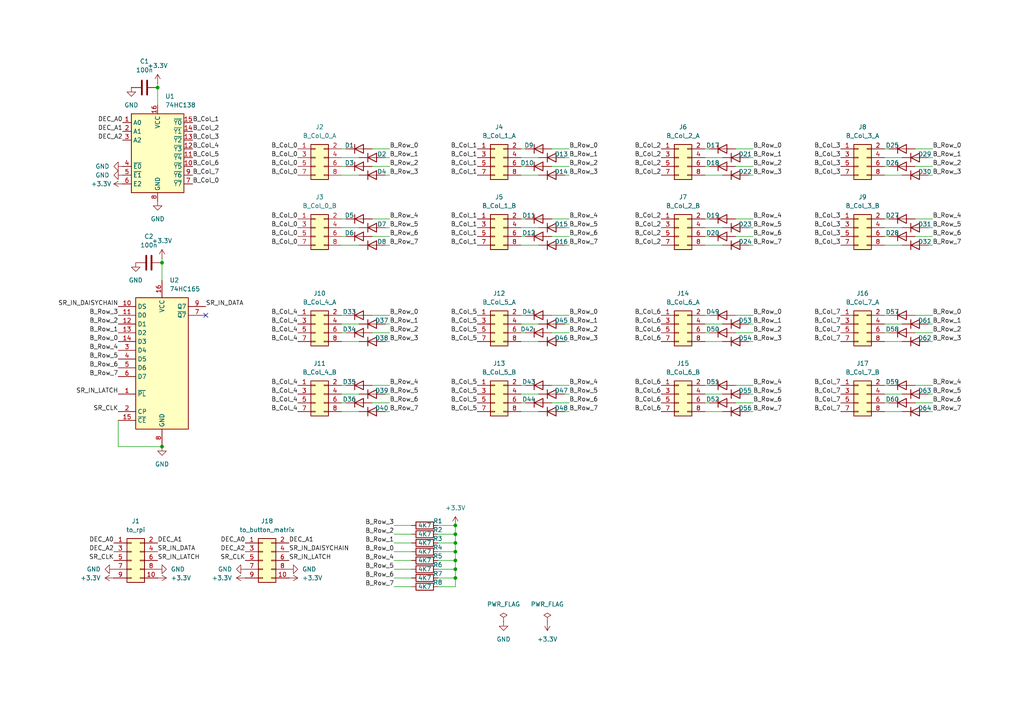
<source format=kicad_sch>
(kicad_sch (version 20231120) (generator "eeschema") (generator_version "8.0")
  (paper "A4")
  (junction (at 132.08 160.02))
  (junction (at 132.08 167.64))
  (junction (at 45.72 25.4))
  (junction (at 132.08 162.56))
  (junction (at 132.08 157.48))
  (junction (at 132.08 152.4))
  (junction (at 132.08 154.94))
  (junction (at 132.08 165.1))
  (junction (at 46.99 76.2))
  (junction (at 46.99 129.54))
  (no_connect (at 59.69 91.44))
  (wire (pts (xy 151.13 66.04) (xy 156.21 66.04)))
  (wire (pts (xy 114.3 154.94) (xy 119.38 154.94)))
  (wire (pts (xy 218.44 114.3) (xy 217.17 114.3)))
  (wire (pts (xy 152.4 68.58) (xy 151.13 68.58)))
  (wire (pts (xy 165.1 45.72) (xy 163.83 45.72)))
  (wire (pts (xy 100.33 43.18) (xy 99.06 43.18)))
  (wire (pts (xy 46.99 129.54) (xy 34.29 129.54)))
  (wire (pts (xy 99.06 50.8) (xy 104.14 50.8)))
  (wire (pts (xy 256.54 66.04) (xy 261.62 66.04)))
  (wire (pts (xy 256.54 119.38) (xy 261.62 119.38)))
  (wire (pts (xy 151.13 93.98) (xy 156.21 93.98)))
  (wire (pts (xy 107.95 91.44) (xy 113.03 91.44)))
  (wire (pts (xy 114.3 167.64) (xy 119.38 167.64)))
  (wire (pts (xy 127 165.1) (xy 132.08 165.1)))
  (wire (pts (xy 213.36 116.84) (xy 218.44 116.84)))
  (wire (pts (xy 107.95 48.26) (xy 113.03 48.26)))
  (wire (pts (xy 127 157.48) (xy 132.08 157.48)))
  (wire (pts (xy 205.74 63.5) (xy 204.47 63.5)))
  (wire (pts (xy 151.13 114.3) (xy 156.21 114.3)))
  (wire (pts (xy 99.06 93.98) (xy 104.14 93.98)))
  (wire (pts (xy 100.33 63.5) (xy 99.06 63.5)))
  (wire (pts (xy 45.72 25.4) (xy 45.72 30.48)))
  (wire (pts (xy 165.1 66.04) (xy 163.83 66.04)))
  (wire (pts (xy 160.02 96.52) (xy 165.1 96.52)))
  (wire (pts (xy 204.47 45.72) (xy 209.55 45.72)))
  (wire (pts (xy 132.08 162.56) (xy 132.08 165.1)))
  (wire (pts (xy 152.4 111.76) (xy 151.13 111.76)))
  (wire (pts (xy 257.81 91.44) (xy 256.54 91.44)))
  (wire (pts (xy 127 167.64) (xy 132.08 167.64)))
  (wire (pts (xy 107.95 116.84) (xy 113.03 116.84)))
  (wire (pts (xy 152.4 43.18) (xy 151.13 43.18)))
  (wire (pts (xy 204.47 66.04) (xy 209.55 66.04)))
  (wire (pts (xy 270.51 66.04) (xy 269.24 66.04)))
  (wire (pts (xy 113.03 114.3) (xy 111.76 114.3)))
  (wire (pts (xy 257.81 68.58) (xy 256.54 68.58)))
  (wire (pts (xy 256.54 50.8) (xy 261.62 50.8)))
  (wire (pts (xy 205.74 43.18) (xy 204.47 43.18)))
  (wire (pts (xy 256.54 71.12) (xy 261.62 71.12)))
  (wire (pts (xy 257.81 48.26) (xy 256.54 48.26)))
  (wire (pts (xy 165.1 50.8) (xy 163.83 50.8)))
  (wire (pts (xy 160.02 91.44) (xy 165.1 91.44)))
  (wire (pts (xy 46.99 74.93) (xy 46.99 76.2)))
  (wire (pts (xy 165.1 71.12) (xy 163.83 71.12)))
  (wire (pts (xy 256.54 114.3) (xy 261.62 114.3)))
  (wire (pts (xy 113.03 66.04) (xy 111.76 66.04)))
  (wire (pts (xy 165.1 93.98) (xy 163.83 93.98)))
  (wire (pts (xy 151.13 119.38) (xy 156.21 119.38)))
  (wire (pts (xy 205.74 48.26) (xy 204.47 48.26)))
  (wire (pts (xy 213.36 68.58) (xy 218.44 68.58)))
  (wire (pts (xy 256.54 93.98) (xy 261.62 93.98)))
  (wire (pts (xy 213.36 91.44) (xy 218.44 91.44)))
  (wire (pts (xy 218.44 119.38) (xy 217.17 119.38)))
  (wire (pts (xy 114.3 160.02) (xy 119.38 160.02)))
  (wire (pts (xy 127 162.56) (xy 132.08 162.56)))
  (wire (pts (xy 152.4 116.84) (xy 151.13 116.84)))
  (wire (pts (xy 265.43 116.84) (xy 270.51 116.84)))
  (wire (pts (xy 99.06 71.12) (xy 104.14 71.12)))
  (wire (pts (xy 257.81 43.18) (xy 256.54 43.18)))
  (wire (pts (xy 132.08 157.48) (xy 132.08 160.02)))
  (wire (pts (xy 204.47 114.3) (xy 209.55 114.3)))
  (wire (pts (xy 165.1 99.06) (xy 163.83 99.06)))
  (wire (pts (xy 213.36 96.52) (xy 218.44 96.52)))
  (wire (pts (xy 204.47 71.12) (xy 209.55 71.12)))
  (wire (pts (xy 265.43 43.18) (xy 270.51 43.18)))
  (wire (pts (xy 127 154.94) (xy 132.08 154.94)))
  (wire (pts (xy 257.81 111.76) (xy 256.54 111.76)))
  (wire (pts (xy 160.02 48.26) (xy 165.1 48.26)))
  (wire (pts (xy 127 152.4) (xy 132.08 152.4)))
  (wire (pts (xy 100.33 111.76) (xy 99.06 111.76)))
  (wire (pts (xy 132.08 154.94) (xy 132.08 157.48)))
  (wire (pts (xy 100.33 91.44) (xy 99.06 91.44)))
  (wire (pts (xy 114.3 170.18) (xy 119.38 170.18)))
  (wire (pts (xy 100.33 96.52) (xy 99.06 96.52)))
  (wire (pts (xy 160.02 43.18) (xy 165.1 43.18)))
  (wire (pts (xy 100.33 68.58) (xy 99.06 68.58)))
  (wire (pts (xy 205.74 116.84) (xy 204.47 116.84)))
  (wire (pts (xy 160.02 68.58) (xy 165.1 68.58)))
  (wire (pts (xy 114.3 165.1) (xy 119.38 165.1)))
  (wire (pts (xy 152.4 91.44) (xy 151.13 91.44)))
  (wire (pts (xy 113.03 50.8) (xy 111.76 50.8)))
  (wire (pts (xy 270.51 114.3) (xy 269.24 114.3)))
  (wire (pts (xy 256.54 99.06) (xy 261.62 99.06)))
  (wire (pts (xy 257.81 63.5) (xy 256.54 63.5)))
  (wire (pts (xy 270.51 119.38) (xy 269.24 119.38)))
  (wire (pts (xy 99.06 99.06) (xy 104.14 99.06)))
  (wire (pts (xy 107.95 43.18) (xy 113.03 43.18)))
  (wire (pts (xy 213.36 48.26) (xy 218.44 48.26)))
  (wire (pts (xy 270.51 71.12) (xy 269.24 71.12)))
  (wire (pts (xy 205.74 111.76) (xy 204.47 111.76)))
  (wire (pts (xy 265.43 63.5) (xy 270.51 63.5)))
  (wire (pts (xy 113.03 93.98) (xy 111.76 93.98)))
  (wire (pts (xy 265.43 48.26) (xy 270.51 48.26)))
  (wire (pts (xy 114.3 152.4) (xy 119.38 152.4)))
  (wire (pts (xy 127 160.02) (xy 132.08 160.02)))
  (wire (pts (xy 132.08 152.4) (xy 132.08 154.94)))
  (wire (pts (xy 99.06 66.04) (xy 104.14 66.04)))
  (wire (pts (xy 256.54 45.72) (xy 261.62 45.72)))
  (wire (pts (xy 100.33 48.26) (xy 99.06 48.26)))
  (wire (pts (xy 218.44 71.12) (xy 217.17 71.12)))
  (wire (pts (xy 218.44 93.98) (xy 217.17 93.98)))
  (wire (pts (xy 265.43 96.52) (xy 270.51 96.52)))
  (wire (pts (xy 204.47 119.38) (xy 209.55 119.38)))
  (wire (pts (xy 132.08 165.1) (xy 132.08 167.64)))
  (wire (pts (xy 265.43 91.44) (xy 270.51 91.44)))
  (wire (pts (xy 99.06 114.3) (xy 104.14 114.3)))
  (wire (pts (xy 151.13 50.8) (xy 156.21 50.8)))
  (wire (pts (xy 113.03 45.72) (xy 111.76 45.72)))
  (wire (pts (xy 113.03 71.12) (xy 111.76 71.12)))
  (wire (pts (xy 45.72 24.13) (xy 45.72 25.4)))
  (wire (pts (xy 204.47 50.8) (xy 209.55 50.8)))
  (wire (pts (xy 107.95 63.5) (xy 113.03 63.5)))
  (wire (pts (xy 151.13 45.72) (xy 156.21 45.72)))
  (wire (pts (xy 205.74 91.44) (xy 204.47 91.44)))
  (wire (pts (xy 107.95 111.76) (xy 113.03 111.76)))
  (wire (pts (xy 99.06 45.72) (xy 104.14 45.72)))
  (wire (pts (xy 213.36 43.18) (xy 218.44 43.18)))
  (wire (pts (xy 265.43 68.58) (xy 270.51 68.58)))
  (wire (pts (xy 113.03 99.06) (xy 111.76 99.06)))
  (wire (pts (xy 257.81 116.84) (xy 256.54 116.84)))
  (wire (pts (xy 151.13 71.12) (xy 156.21 71.12)))
  (wire (pts (xy 34.29 121.92) (xy 34.29 129.54)))
  (wire (pts (xy 107.95 96.52) (xy 113.03 96.52)))
  (wire (pts (xy 160.02 116.84) (xy 165.1 116.84)))
  (wire (pts (xy 160.02 63.5) (xy 165.1 63.5)))
  (wire (pts (xy 270.51 99.06) (xy 269.24 99.06)))
  (wire (pts (xy 205.74 68.58) (xy 204.47 68.58)))
  (wire (pts (xy 265.43 111.76) (xy 270.51 111.76)))
  (wire (pts (xy 152.4 63.5) (xy 151.13 63.5)))
  (wire (pts (xy 127 170.18) (xy 132.08 170.18)))
  (wire (pts (xy 204.47 93.98) (xy 209.55 93.98)))
  (wire (pts (xy 270.51 50.8) (xy 269.24 50.8)))
  (wire (pts (xy 114.3 162.56) (xy 119.38 162.56)))
  (wire (pts (xy 132.08 160.02) (xy 132.08 162.56)))
  (wire (pts (xy 160.02 111.76) (xy 165.1 111.76)))
  (wire (pts (xy 205.74 96.52) (xy 204.47 96.52)))
  (wire (pts (xy 113.03 119.38) (xy 111.76 119.38)))
  (wire (pts (xy 213.36 63.5) (xy 218.44 63.5)))
  (wire (pts (xy 114.3 157.48) (xy 119.38 157.48)))
  (wire (pts (xy 99.06 119.38) (xy 104.14 119.38)))
  (wire (pts (xy 107.95 68.58) (xy 113.03 68.58)))
  (wire (pts (xy 46.99 76.2) (xy 46.99 81.28)))
  (wire (pts (xy 100.33 116.84) (xy 99.06 116.84)))
  (wire (pts (xy 213.36 111.76) (xy 218.44 111.76)))
  (wire (pts (xy 151.13 99.06) (xy 156.21 99.06)))
  (wire (pts (xy 218.44 50.8) (xy 217.17 50.8)))
  (wire (pts (xy 152.4 96.52) (xy 151.13 96.52)))
  (wire (pts (xy 165.1 119.38) (xy 163.83 119.38)))
  (wire (pts (xy 204.47 99.06) (xy 209.55 99.06)))
  (wire (pts (xy 218.44 99.06) (xy 217.17 99.06)))
  (wire (pts (xy 152.4 48.26) (xy 151.13 48.26)))
  (wire (pts (xy 257.81 96.52) (xy 256.54 96.52)))
  (wire (pts (xy 218.44 45.72) (xy 217.17 45.72)))
  (wire (pts (xy 270.51 45.72) (xy 269.24 45.72)))
  (wire (pts (xy 218.44 66.04) (xy 217.17 66.04)))
  (wire (pts (xy 132.08 167.64) (xy 132.08 170.18)))
  (wire (pts (xy 165.1 114.3) (xy 163.83 114.3)))
  (wire (pts (xy 270.51 93.98) (xy 269.24 93.98)))
  (label "B_Row_3" (at 218.44 50.8 0))
  (label "B_Col_6" (at 191.77 96.52 180))
  (label "B_Row_2" (at 218.44 96.52 0))
  (label "B_Col_6" (at 191.77 119.38 180))
  (label "B_Row_2" (at 114.3 154.94 180))
  (label "B_Col_4" (at 86.36 119.38 180))
  (label "B_Row_0" (at 34.29 99.06 180))
  (label "B_Row_1" (at 34.29 96.52 180))
  (label "B_Row_0" (at 165.1 43.18 0))
  (label "SR_IN_DATA" (at 59.69 88.9 0))
  (label "B_Col_3" (at 243.84 71.12 180))
  (label "B_Col_1" (at 138.43 43.18 180))
  (label "B_Col_5" (at 138.43 114.3 180))
  (label "B_Row_3" (at 113.03 99.06 0))
  (label "B_Col_6" (at 191.77 116.84 180))
  (label "B_Col_5" (at 55.88 45.72 0))
  (label "SR_CLK" (at 71.12 162.56 180))
  (label "B_Col_6" (at 191.77 114.3 180))
  (label "DEC_A0" (at 35.56 35.56 180))
  (label "B_Row_7" (at 165.1 71.12 0))
  (label "B_Row_1" (at 270.51 93.98 0))
  (label "B_Row_5" (at 270.51 114.3 0))
  (label "B_Col_3" (at 243.84 63.5 180))
  (label "B_Row_6" (at 165.1 68.58 0))
  (label "B_Col_1" (at 138.43 71.12 180))
  (label "B_Row_5" (at 113.03 66.04 0))
  (label "B_Row_4" (at 114.3 162.56 180))
  (label "B_Col_7" (at 243.84 99.06 180))
  (label "B_Col_2" (at 191.77 63.5 180))
  (label "DEC_A0" (at 33.02 157.48 180))
  (label "SR_CLK" (at 33.02 162.56 180))
  (label "B_Col_7" (at 243.84 93.98 180))
  (label "B_Col_1" (at 138.43 48.26 180))
  (label "B_Row_4" (at 165.1 111.76 0))
  (label "B_Col_0" (at 86.36 45.72 180))
  (label "DEC_A1" (at 35.56 38.1 180))
  (label "B_Row_0" (at 114.3 160.02 180))
  (label "B_Row_7" (at 270.51 119.38 0))
  (label "B_Row_7" (at 218.44 71.12 0))
  (label "B_Row_1" (at 113.03 45.72 0))
  (label "B_Row_3" (at 270.51 99.06 0))
  (label "B_Row_2" (at 113.03 96.52 0))
  (label "B_Col_2" (at 191.77 68.58 180))
  (label "B_Row_0" (at 270.51 91.44 0))
  (label "B_Row_2" (at 270.51 96.52 0))
  (label "B_Row_5" (at 114.3 165.1 180))
  (label "B_Row_5" (at 165.1 66.04 0))
  (label "SR_IN_DAISYCHAIN" (at 34.29 88.9 180))
  (label "SR_IN_LATCH" (at 83.82 162.56 0))
  (label "B_Col_1" (at 138.43 45.72 180))
  (label "B_Col_5" (at 138.43 93.98 180))
  (label "B_Col_5" (at 138.43 96.52 180))
  (label "B_Col_6" (at 55.88 48.26 0))
  (label "B_Row_1" (at 165.1 93.98 0))
  (label "B_Row_4" (at 270.51 63.5 0))
  (label "B_Row_3" (at 218.44 99.06 0))
  (label "B_Col_7" (at 243.84 111.76 180))
  (label "B_Row_6" (at 270.51 116.84 0))
  (label "B_Col_5" (at 138.43 119.38 180))
  (label "B_Row_4" (at 218.44 63.5 0))
  (label "B_Row_0" (at 113.03 43.18 0))
  (label "DEC_A1" (at 83.82 157.48 0))
  (label "B_Row_6" (at 270.51 68.58 0))
  (label "B_Row_1" (at 270.51 45.72 0))
  (label "B_Row_1" (at 218.44 93.98 0))
  (label "B_Col_4" (at 86.36 99.06 180))
  (label "B_Row_2" (at 34.29 93.98 180))
  (label "B_Row_5" (at 218.44 114.3 0))
  (label "SR_IN_LATCH" (at 45.72 162.56 0))
  (label "B_Col_4" (at 86.36 116.84 180))
  (label "B_Row_4" (at 113.03 63.5 0))
  (label "B_Col_2" (at 55.88 38.1 0))
  (label "B_Col_3" (at 55.88 40.64 0))
  (label "SR_IN_DATA" (at 45.72 160.02 0))
  (label "B_Col_3" (at 243.84 66.04 180))
  (label "DEC_A2" (at 35.56 40.64 180))
  (label "DEC_A2" (at 33.02 160.02 180))
  (label "B_Row_6" (at 165.1 116.84 0))
  (label "DEC_A1" (at 45.72 157.48 0))
  (label "B_Row_1" (at 218.44 45.72 0))
  (label "B_Col_0" (at 86.36 66.04 180))
  (label "B_Col_3" (at 243.84 43.18 180))
  (label "B_Row_7" (at 113.03 119.38 0))
  (label "B_Row_4" (at 270.51 111.76 0))
  (label "B_Col_3" (at 243.84 68.58 180))
  (label "B_Col_5" (at 138.43 111.76 180))
  (label "B_Col_3" (at 243.84 45.72 180))
  (label "B_Col_2" (at 191.77 45.72 180))
  (label "SR_CLK" (at 34.29 119.38 180))
  (label "B_Col_0" (at 86.36 48.26 180))
  (label "B_Col_5" (at 138.43 116.84 180))
  (label "B_Col_0" (at 86.36 63.5 180))
  (label "B_Col_0" (at 86.36 50.8 180))
  (label "B_Col_2" (at 191.77 48.26 180))
  (label "B_Col_4" (at 86.36 96.52 180))
  (label "DEC_A2" (at 71.12 160.02 180))
  (label "B_Row_1" (at 165.1 45.72 0))
  (label "B_Row_5" (at 34.29 104.14 180))
  (label "B_Col_2" (at 191.77 50.8 180))
  (label "B_Col_7" (at 55.88 50.8 0))
  (label "B_Col_7" (at 243.84 116.84 180))
  (label "B_Row_3" (at 165.1 50.8 0))
  (label "B_Col_4" (at 86.36 91.44 180))
  (label "B_Row_6" (at 218.44 68.58 0))
  (label "B_Row_3" (at 113.03 50.8 0))
  (label "B_Row_2" (at 218.44 48.26 0))
  (label "B_Col_4" (at 86.36 114.3 180))
  (label "B_Row_4" (at 165.1 63.5 0))
  (label "B_Col_0" (at 86.36 68.58 180))
  (label "B_Col_0" (at 55.88 53.34 0))
  (label "B_Row_2" (at 270.51 48.26 0))
  (label "B_Col_1" (at 138.43 50.8 180))
  (label "B_Col_5" (at 138.43 99.06 180))
  (label "B_Col_2" (at 191.77 66.04 180))
  (label "B_Col_1" (at 138.43 63.5 180))
  (label "B_Row_7" (at 165.1 119.38 0))
  (label "B_Row_2" (at 165.1 48.26 0))
  (label "B_Row_7" (at 114.3 170.18 180))
  (label "B_Col_7" (at 243.84 91.44 180))
  (label "B_Row_0" (at 270.51 43.18 0))
  (label "B_Col_4" (at 86.36 93.98 180))
  (label "B_Col_7" (at 243.84 119.38 180))
  (label "B_Col_1" (at 138.43 68.58 180))
  (label "B_Col_2" (at 191.77 71.12 180))
  (label "B_Row_6" (at 218.44 116.84 0))
  (label "B_Col_6" (at 191.77 93.98 180))
  (label "B_Col_1" (at 138.43 66.04 180))
  (label "B_Row_0" (at 113.03 91.44 0))
  (label "B_Row_3" (at 114.3 152.4 180))
  (label "B_Col_6" (at 191.77 111.76 180))
  (label "B_Row_5" (at 270.51 66.04 0))
  (label "B_Col_7" (at 243.84 96.52 180))
  (label "B_Col_6" (at 191.77 91.44 180))
  (label "B_Row_6" (at 34.29 106.68 180))
  (label "SR_IN_DAISYCHAIN" (at 83.82 160.02 0))
  (label "B_Col_0" (at 86.36 71.12 180))
  (label "B_Row_5" (at 218.44 66.04 0))
  (label "B_Row_5" (at 165.1 114.3 0))
  (label "DEC_A0" (at 71.12 157.48 180))
  (label "B_Col_4" (at 86.36 111.76 180))
  (label "B_Row_0" (at 165.1 91.44 0))
  (label "B_Col_7" (at 243.84 114.3 180))
  (label "B_Row_3" (at 34.29 91.44 180))
  (label "B_Row_4" (at 218.44 111.76 0))
  (label "B_Row_6" (at 113.03 68.58 0))
  (label "B_Col_1" (at 55.88 35.56 0))
  (label "B_Col_2" (at 191.77 43.18 180))
  (label "B_Row_7" (at 34.29 109.22 180))
  (label "B_Row_6" (at 114.3 167.64 180))
  (label "B_Row_7" (at 218.44 119.38 0))
  (label "B_Row_4" (at 34.29 101.6 180))
  (label "B_Col_6" (at 191.77 99.06 180))
  (label "B_Row_7" (at 270.51 71.12 0))
  (label "B_Row_1" (at 113.03 93.98 0))
  (label "SR_IN_LATCH" (at 34.29 114.3 180))
  (label "B_Row_5" (at 113.03 114.3 0))
  (label "B_Row_3" (at 270.51 50.8 0))
  (label "B_Row_2" (at 165.1 96.52 0))
  (label "B_Col_5" (at 138.43 91.44 180))
  (label "B_Row_6" (at 113.03 116.84 0))
  (label "B_Row_1" (at 114.3 157.48 180))
  (label "B_Row_2" (at 113.03 48.26 0))
  (label "B_Row_0" (at 218.44 91.44 0))
  (label "B_Row_7" (at 113.03 71.12 0))
  (label "B_Row_3" (at 165.1 99.06 0))
  (label "B_Col_0" (at 86.36 43.18 180))
  (label "B_Row_0" (at 218.44 43.18 0))
  (label "B_Col_3" (at 243.84 48.26 180))
  (label "B_Col_4" (at 55.88 43.18 0))
  (label "B_Col_3" (at 243.84 50.8 180))
  (label "B_Row_4" (at 113.03 111.76 0))
  (symbol (lib_id "Diode:1N4148") (at 213.36 71.12 0) (unit 1)
    (property "Reference" "D24" (at 216.154 70.104 0))
    (property "Value" "1N4148" (effects (hide yes)))
    (property "Footprint" "Diode_SMD:D_SOD-323" (effects (hide yes)))
    (property "Datasheet" "https://assets.nexperia.com/documents/data-sheet/1N4148_1N4448.pdf" (effects (hide yes)))
    (property "Description" "100V 0.15A standard switching diode, DO-35" (effects (hide yes)))
    (property "Sim.Device" "D" (effects (hide yes)))
    (property "Sim.Pins" "1=K 2=A" (effects (hide yes)))
  )
  (symbol (lib_id "Diode:1N4148") (at 213.36 93.98 0) (unit 1)
    (property "Reference" "D53" (at 216.154 92.964 0))
    (property "Value" "1N4148" (effects (hide yes)))
    (property "Footprint" "Diode_SMD:D_SOD-323" (effects (hide yes)))
    (property "Datasheet" "https://assets.nexperia.com/documents/data-sheet/1N4148_1N4448.pdf" (effects (hide yes)))
    (property "Description" "100V 0.15A standard switching diode, DO-35" (effects (hide yes)))
    (property "Sim.Device" "D" (effects (hide yes)))
    (property "Sim.Pins" "1=K 2=A" (effects (hide yes)))
  )
  (symbol (lib_id "power:GND") (at 39.37 76.2 0) (unit 1)
    (property "Reference" "#PWR13" (effects (hide yes)))
    (property "Value" "GND" (at 39.37 81.28 0))
    (property "Description" "Power symbol creates a global label with name \"GND\" , ground" (effects (hide yes)))
  )
  (symbol (lib_id "Diode:1N4148") (at 156.21 48.26 0) (unit 1)
    (property "Reference" "D10" (at 152.908 47.244 0))
    (property "Value" "1N4148" (effects (hide yes)))
    (property "Footprint" "Diode_SMD:D_SOD-323" (effects (hide yes)))
    (property "Datasheet" "https://assets.nexperia.com/documents/data-sheet/1N4148_1N4448.pdf" (effects (hide yes)))
    (property "Description" "100V 0.15A standard switching diode, DO-35" (effects (hide yes)))
    (property "Sim.Device" "D" (effects (hide yes)))
    (property "Sim.Pins" "1=K 2=A" (effects (hide yes)))
  )
  (symbol (lib_id "Diode:1N4148") (at 160.02 119.38 0) (unit 1)
    (property "Reference" "D48" (at 162.814 118.364 0))
    (property "Value" "1N4148" (effects (hide yes)))
    (property "Footprint" "Diode_SMD:D_SOD-323" (effects (hide yes)))
    (property "Datasheet" "https://assets.nexperia.com/documents/data-sheet/1N4148_1N4448.pdf" (effects (hide yes)))
    (property "Description" "100V 0.15A standard switching diode, DO-35" (effects (hide yes)))
    (property "Sim.Device" "D" (effects (hide yes)))
    (property "Sim.Pins" "1=K 2=A" (effects (hide yes)))
  )
  (symbol (lib_id "Diode:1N4148") (at 261.62 116.84 0) (unit 1)
    (property "Reference" "D60" (at 258.826 115.824 0))
    (property "Value" "1N4148" (effects (hide yes)))
    (property "Footprint" "Diode_SMD:D_SOD-323" (effects (hide yes)))
    (property "Datasheet" "https://assets.nexperia.com/documents/data-sheet/1N4148_1N4448.pdf" (effects (hide yes)))
    (property "Description" "100V 0.15A standard switching diode, DO-35" (effects (hide yes)))
    (property "Sim.Device" "D" (effects (hide yes)))
    (property "Sim.Pins" "1=K 2=A" (effects (hide yes)))
  )
  (symbol (lib_id "Diode:1N4148") (at 213.36 114.3 0) (unit 1)
    (property "Reference" "D55" (at 216.154 113.284 0))
    (property "Value" "1N4148" (effects (hide yes)))
    (property "Footprint" "Diode_SMD:D_SOD-323" (effects (hide yes)))
    (property "Datasheet" "https://assets.nexperia.com/documents/data-sheet/1N4148_1N4448.pdf" (effects (hide yes)))
    (property "Description" "100V 0.15A standard switching diode, DO-35" (effects (hide yes)))
    (property "Sim.Device" "D" (effects (hide yes)))
    (property "Sim.Pins" "1=K 2=A" (effects (hide yes)))
  )
  (symbol (lib_id "Connector_Generic:Conn_02x04_Odd_Even") (at 91.44 66.04 0) (unit 1)
    (property "Reference" "J3" (at 92.71 57.15 0))
    (property "Value" "B_Col_0_B" (at 92.71 59.69 0))
    (property "Footprint" "Connector_PinHeader_2.54mm:PinHeader_2x04_P2.54mm_Vertical" (effects (hide yes)))
    (property "Description" "Generic connector, double row, 02x04, odd/even pin numbering scheme (row 1 odd numbers, row 2 even numbers), script generated (kicad-library-utils/schlib/autogen/connector/)" (effects (hide yes)))
  )
  (symbol (lib_id "74xx:74HC138") (at 45.72 45.72 0) (unit 1)
    (property "Reference" "U1" (at 47.9141 27.94 0) (effects (justify left)))
    (property "Value" "74HC138" (at 47.9141 30.48 0) (effects (justify left)))
    (property "Footprint" "Package_SO:SOIC-16_3.9x9.9mm_P1.27mm" (effects (hide yes)))
    (property "Datasheet" "http://www.ti.com/lit/ds/symlink/cd74hc238.pdf" (effects (hide yes)))
    (property "Description" "3-to-8 line decoder/multiplexer inverting, DIP-16/SOIC-16/SSOP-16" (effects (hide yes)))
  )
  (symbol (lib_id "Diode:1N4148") (at 160.02 114.3 0) (unit 1)
    (property "Reference" "D47" (at 162.814 113.284 0))
    (property "Value" "1N4148" (effects (hide yes)))
    (property "Footprint" "Diode_SMD:D_SOD-323" (effects (hide yes)))
    (property "Datasheet" "https://assets.nexperia.com/documents/data-sheet/1N4148_1N4448.pdf" (effects (hide yes)))
    (property "Description" "100V 0.15A standard switching diode, DO-35" (effects (hide yes)))
    (property "Sim.Device" "D" (effects (hide yes)))
    (property "Sim.Pins" "1=K 2=A" (effects (hide yes)))
  )
  (symbol (lib_id "Connector_Generic:Conn_02x04_Odd_Even") (at 143.51 114.3 0) (unit 1)
    (property "Reference" "J13" (at 144.78 105.41 0))
    (property "Value" "B_Col_5_B" (at 144.78 107.95 0))
    (property "Footprint" "Connector_PinHeader_2.54mm:PinHeader_2x04_P2.54mm_Vertical" (effects (hide yes)))
    (property "Description" "Generic connector, double row, 02x04, odd/even pin numbering scheme (row 1 odd numbers, row 2 even numbers), script generated (kicad-library-utils/schlib/autogen/connector/)" (effects (hide yes)))
  )
  (symbol (lib_id "Diode:1N4148") (at 265.43 99.06 0) (unit 1)
    (property "Reference" "D62" (at 268.224 98.044 0))
    (property "Value" "1N4148" (effects (hide yes)))
    (property "Footprint" "Diode_SMD:D_SOD-323" (effects (hide yes)))
    (property "Datasheet" "https://assets.nexperia.com/documents/data-sheet/1N4148_1N4448.pdf" (effects (hide yes)))
    (property "Description" "100V 0.15A standard switching diode, DO-35" (effects (hide yes)))
    (property "Sim.Device" "D" (effects (hide yes)))
    (property "Sim.Pins" "1=K 2=A" (effects (hide yes)))
  )
  (symbol (lib_id "Diode:1N4148") (at 104.14 48.26 0) (unit 1)
    (property "Reference" "D3" (at 101.346 47.244 0))
    (property "Value" "1N4148" (effects (hide yes)))
    (property "Footprint" "Diode_SMD:D_SOD-323" (effects (hide yes)))
    (property "Datasheet" "https://assets.nexperia.com/documents/data-sheet/1N4148_1N4448.pdf" (effects (hide yes)))
    (property "Description" "100V 0.15A standard switching diode, DO-35" (effects (hide yes)))
    (property "Sim.Device" "D" (effects (hide yes)))
    (property "Sim.Pins" "1=K 2=A" (effects (hide yes)))
  )
  (symbol (lib_id "power:+3.3V") (at 35.56 53.34 90) (unit 1)
    (property "Reference" "#PWR9" (effects (hide yes)))
    (property "Value" "+3.3V" (at 32.3092 53.3399 90) (effects (justify left)))
    (property "Description" "Power symbol creates a global label with name \"+3.3V\"" (effects (hide yes)))
  )
  (symbol (lib_id "Diode:1N4148") (at 261.62 111.76 0) (unit 1)
    (property "Reference" "D59" (at 258.826 110.744 0))
    (property "Value" "1N4148" (effects (hide yes)))
    (property "Footprint" "Diode_SMD:D_SOD-323" (effects (hide yes)))
    (property "Datasheet" "https://assets.nexperia.com/documents/data-sheet/1N4148_1N4448.pdf" (effects (hide yes)))
    (property "Description" "100V 0.15A standard switching diode, DO-35" (effects (hide yes)))
    (property "Sim.Device" "D" (effects (hide yes)))
    (property "Sim.Pins" "1=K 2=A" (effects (hide yes)))
  )
  (symbol (lib_id "power:+3.3V") (at 83.82 167.64 270) (unit 1)
    (property "Reference" "#PWR20" (effects (hide yes)))
    (property "Value" "+3.3V" (at 87.63 167.6399 90) (effects (justify left)))
    (property "Description" "Power symbol creates a global label with name \"+3.3V\"" (effects (hide yes)))
  )
  (symbol (lib_id "power:GND") (at 146.05 180.34 0) (unit 1)
    (property "Reference" "#PWR2" (effects (hide yes)))
    (property "Value" "GND" (at 146.05 185.42 0))
    (property "Description" "Power symbol creates a global label with name \"GND\" , ground" (effects (hide yes)))
  )
  (symbol (lib_id "Connector_Generic:Conn_02x04_Odd_Even") (at 248.92 114.3 0) (unit 1)
    (property "Reference" "J17" (at 250.19 105.41 0))
    (property "Value" "B_Col_7_B" (at 250.19 107.95 0))
    (property "Footprint" "Connector_PinHeader_2.54mm:PinHeader_2x04_P2.54mm_Vertical" (effects (hide yes)))
    (property "Description" "Generic connector, double row, 02x04, odd/even pin numbering scheme (row 1 odd numbers, row 2 even numbers), script generated (kicad-library-utils/schlib/autogen/connector/)" (effects (hide yes)))
  )
  (symbol (lib_id "Connector_Generic:Conn_02x04_Odd_Even") (at 91.44 45.72 0) (unit 1)
    (property "Reference" "J2" (at 92.71 36.83 0))
    (property "Value" "B_Col_0_A" (at 92.71 39.37 0))
    (property "Footprint" "Connector_PinHeader_2.54mm:PinHeader_2x04_P2.54mm_Vertical" (effects (hide yes)))
    (property "Description" "Generic connector, double row, 02x04, odd/even pin numbering scheme (row 1 odd numbers, row 2 even numbers), script generated (kicad-library-utils/schlib/autogen/connector/)" (effects (hide yes)))
  )
  (symbol (lib_id "Diode:1N4148") (at 213.36 45.72 0) (unit 1)
    (property "Reference" "D21" (at 216.154 44.704 0))
    (property "Value" "1N4148" (effects (hide yes)))
    (property "Footprint" "Diode_SMD:D_SOD-323" (effects (hide yes)))
    (property "Datasheet" "https://assets.nexperia.com/documents/data-sheet/1N4148_1N4448.pdf" (effects (hide yes)))
    (property "Description" "100V 0.15A standard switching diode, DO-35" (effects (hide yes)))
    (property "Sim.Device" "D" (effects (hide yes)))
    (property "Sim.Pins" "1=K 2=A" (effects (hide yes)))
  )
  (symbol (lib_id "Diode:1N4148") (at 107.95 71.12 0) (unit 1)
    (property "Reference" "D8" (at 110.744 70.104 0))
    (property "Value" "1N4148" (effects (hide yes)))
    (property "Footprint" "Diode_SMD:D_SOD-323" (effects (hide yes)))
    (property "Datasheet" "https://assets.nexperia.com/documents/data-sheet/1N4148_1N4448.pdf" (effects (hide yes)))
    (property "Description" "100V 0.15A standard switching diode, DO-35" (effects (hide yes)))
    (property "Sim.Device" "D" (effects (hide yes)))
    (property "Sim.Pins" "1=K 2=A" (effects (hide yes)))
  )
  (symbol (lib_id "74xx:74HC165") (at 46.99 104.14 0) (unit 1)
    (property "Reference" "U2" (at 49.1841 81.28 0) (effects (justify left)))
    (property "Value" "74HC165" (at 49.1841 83.82 0) (effects (justify left)))
    (property "Footprint" "Package_SO:SOIC-16_3.9x9.9mm_P1.27mm" (effects (hide yes)))
    (property "Datasheet" "https://assets.nexperia.com/documents/data-sheet/74HC_HCT165.pdf" (effects (hide yes)))
    (property "Description" "Shift Register, 8-bit, Parallel Load" (effects (hide yes)))
  )
  (symbol (lib_id "power:+3.3V") (at 46.99 74.93 0) (unit 1)
    (property "Reference" "#PWR14" (effects (hide yes)))
    (property "Value" "+3.3V" (at 46.99 69.85 0))
    (property "Description" "Power symbol creates a global label with name \"+3.3V\"" (effects (hide yes)))
  )
  (symbol (lib_id "Diode:1N4148") (at 209.55 96.52 0) (unit 1)
    (property "Reference" "D50" (at 206.756 95.504 0))
    (property "Value" "1N4148" (effects (hide yes)))
    (property "Footprint" "Diode_SMD:D_SOD-323" (effects (hide yes)))
    (property "Datasheet" "https://assets.nexperia.com/documents/data-sheet/1N4148_1N4448.pdf" (effects (hide yes)))
    (property "Description" "100V 0.15A standard switching diode, DO-35" (effects (hide yes)))
    (property "Sim.Device" "D" (effects (hide yes)))
    (property "Sim.Pins" "1=K 2=A" (effects (hide yes)))
  )
  (symbol (lib_id "Device:R") (at 123.19 152.4 90) (unit 1)
    (property "Reference" "R1" (at 127 151.13 90))
    (property "Value" "4K7" (at 123.19 152.4 90))
    (property "Footprint" "Resistor_SMD:R_0603_1608Metric" (effects (hide yes)))
    (property "Description" "Resistor" (effects (hide yes)))
  )
  (symbol (lib_id "power:GND") (at 83.82 165.1 90) (unit 1)
    (property "Reference" "#PWR19" (effects (hide yes)))
    (property "Value" "GND" (at 87.63 165.0999 90) (effects (justify right)))
    (property "Description" "Power symbol creates a global label with name \"GND\" , ground" (effects (hide yes)))
  )
  (symbol (lib_id "Diode:1N4148") (at 209.55 48.26 0) (unit 1)
    (property "Reference" "D18" (at 206.756 47.244 0))
    (property "Value" "1N4148" (effects (hide yes)))
    (property "Footprint" "Diode_SMD:D_SOD-323" (effects (hide yes)))
    (property "Datasheet" "https://assets.nexperia.com/documents/data-sheet/1N4148_1N4448.pdf" (effects (hide yes)))
    (property "Description" "100V 0.15A standard switching diode, DO-35" (effects (hide yes)))
    (property "Sim.Device" "D" (effects (hide yes)))
    (property "Sim.Pins" "1=K 2=A" (effects (hide yes)))
  )
  (symbol (lib_id "Connector_Generic:Conn_02x04_Odd_Even") (at 196.85 114.3 0) (unit 1)
    (property "Reference" "J15" (at 198.12 105.41 0))
    (property "Value" "B_Col_6_B" (at 198.12 107.95 0))
    (property "Footprint" "Connector_PinHeader_2.54mm:PinHeader_2x04_P2.54mm_Vertical" (effects (hide yes)))
    (property "Description" "Generic connector, double row, 02x04, odd/even pin numbering scheme (row 1 odd numbers, row 2 even numbers), script generated (kicad-library-utils/schlib/autogen/connector/)" (effects (hide yes)))
  )
  (symbol (lib_id "Device:R") (at 123.19 170.18 90) (unit 1)
    (property "Reference" "R8" (at 127 168.91 90))
    (property "Value" "4K7" (at 123.19 170.18 90))
    (property "Footprint" "Resistor_SMD:R_0603_1608Metric" (effects (hide yes)))
    (property "Description" "Resistor" (effects (hide yes)))
  )
  (symbol (lib_id "Diode:1N4148") (at 156.21 68.58 0) (unit 1)
    (property "Reference" "D12" (at 153.416 67.564 0))
    (property "Value" "1N4148" (effects (hide yes)))
    (property "Footprint" "Diode_SMD:D_SOD-323" (effects (hide yes)))
    (property "Datasheet" "https://assets.nexperia.com/documents/data-sheet/1N4148_1N4448.pdf" (effects (hide yes)))
    (property "Description" "100V 0.15A standard switching diode, DO-35" (effects (hide yes)))
    (property "Sim.Device" "D" (effects (hide yes)))
    (property "Sim.Pins" "1=K 2=A" (effects (hide yes)))
  )
  (symbol (lib_id "Diode:1N4148") (at 107.95 66.04 0) (unit 1)
    (property "Reference" "D7" (at 110.744 65.024 0))
    (property "Value" "1N4148" (effects (hide yes)))
    (property "Footprint" "Diode_SMD:D_SOD-323" (effects (hide yes)))
    (property "Datasheet" "https://assets.nexperia.com/documents/data-sheet/1N4148_1N4448.pdf" (effects (hide yes)))
    (property "Description" "100V 0.15A standard switching diode, DO-35" (effects (hide yes)))
    (property "Sim.Device" "D" (effects (hide yes)))
    (property "Sim.Pins" "1=K 2=A" (effects (hide yes)))
  )
  (symbol (lib_id "Connector_Generic:Conn_02x04_Odd_Even") (at 91.44 93.98 0) (unit 1)
    (property "Reference" "J10" (at 92.71 85.09 0))
    (property "Value" "B_Col_4_A" (at 92.71 87.63 0))
    (property "Footprint" "Connector_PinHeader_2.54mm:PinHeader_2x04_P2.54mm_Vertical" (effects (hide yes)))
    (property "Description" "Generic connector, double row, 02x04, odd/even pin numbering scheme (row 1 odd numbers, row 2 even numbers), script generated (kicad-library-utils/schlib/autogen/connector/)" (effects (hide yes)))
  )
  (symbol (lib_id "Device:R") (at 123.19 167.64 90) (unit 1)
    (property "Reference" "R7" (at 127 166.37 90))
    (property "Value" "4K7" (at 123.19 167.64 90))
    (property "Footprint" "Resistor_SMD:R_0603_1608Metric" (effects (hide yes)))
    (property "Description" "Resistor" (effects (hide yes)))
  )
  (symbol (lib_id "Diode:1N4148") (at 104.14 68.58 0) (unit 1)
    (property "Reference" "D6" (at 101.346 67.564 0))
    (property "Value" "1N4148" (effects (hide yes)))
    (property "Footprint" "Diode_SMD:D_SOD-323" (effects (hide yes)))
    (property "Datasheet" "https://assets.nexperia.com/documents/data-sheet/1N4148_1N4448.pdf" (effects (hide yes)))
    (property "Description" "100V 0.15A standard switching diode, DO-35" (effects (hide yes)))
    (property "Sim.Device" "D" (effects (hide yes)))
    (property "Sim.Pins" "1=K 2=A" (effects (hide yes)))
  )
  (symbol (lib_id "power:GND") (at 38.1 25.4 0) (unit 1)
    (property "Reference" "#PWR12" (effects (hide yes)))
    (property "Value" "GND" (at 38.1 30.48 0))
    (property "Description" "Power symbol creates a global label with name \"GND\" , ground" (effects (hide yes)))
  )
  (symbol (lib_id "Diode:1N4148") (at 213.36 119.38 0) (unit 1)
    (property "Reference" "D56" (at 216.154 118.364 0))
    (property "Value" "1N4148" (effects (hide yes)))
    (property "Footprint" "Diode_SMD:D_SOD-323" (effects (hide yes)))
    (property "Datasheet" "https://assets.nexperia.com/documents/data-sheet/1N4148_1N4448.pdf" (effects (hide yes)))
    (property "Description" "100V 0.15A standard switching diode, DO-35" (effects (hide yes)))
    (property "Sim.Device" "D" (effects (hide yes)))
    (property "Sim.Pins" "1=K 2=A" (effects (hide yes)))
  )
  (symbol (lib_id "Diode:1N4148") (at 107.95 45.72 0) (unit 1)
    (property "Reference" "D2" (at 110.744 44.704 0))
    (property "Value" "1N4148" (effects (hide yes)))
    (property "Footprint" "Diode_SMD:D_SOD-323" (effects (hide yes)))
    (property "Datasheet" "https://assets.nexperia.com/documents/data-sheet/1N4148_1N4448.pdf" (effects (hide yes)))
    (property "Description" "100V 0.15A standard switching diode, DO-35" (effects (hide yes)))
    (property "Sim.Device" "D" (effects (hide yes)))
    (property "Sim.Pins" "1=K 2=A" (effects (hide yes)))
  )
  (symbol (lib_id "Connector_Generic:Conn_02x04_Odd_Even") (at 248.92 66.04 0) (unit 1)
    (property "Reference" "J9" (at 250.19 57.15 0))
    (property "Value" "B_Col_3_B" (at 250.19 59.69 0))
    (property "Footprint" "Connector_PinHeader_2.54mm:PinHeader_2x04_P2.54mm_Vertical" (effects (hide yes)))
    (property "Description" "Generic connector, double row, 02x04, odd/even pin numbering scheme (row 1 odd numbers, row 2 even numbers), script generated (kicad-library-utils/schlib/autogen/connector/)" (effects (hide yes)))
  )
  (symbol (lib_id "Diode:1N4148") (at 209.55 43.18 0) (unit 1)
    (property "Reference" "D17" (at 206.756 42.164 0))
    (property "Value" "1N4148" (effects (hide yes)))
    (property "Footprint" "Diode_SMD:D_SOD-323" (effects (hide yes)))
    (property "Datasheet" "https://assets.nexperia.com/documents/data-sheet/1N4148_1N4448.pdf" (effects (hide yes)))
    (property "Description" "100V 0.15A standard switching diode, DO-35" (effects (hide yes)))
    (property "Sim.Device" "D" (effects (hide yes)))
    (property "Sim.Pins" "1=K 2=A" (effects (hide yes)))
  )
  (symbol (lib_id "Diode:1N4148") (at 160.02 71.12 0) (unit 1)
    (property "Reference" "D16" (at 162.814 70.104 0))
    (property "Value" "1N4148" (effects (hide yes)))
    (property "Footprint" "Diode_SMD:D_SOD-323" (effects (hide yes)))
    (property "Datasheet" "https://assets.nexperia.com/documents/data-sheet/1N4148_1N4448.pdf" (effects (hide yes)))
    (property "Description" "100V 0.15A standard switching diode, DO-35" (effects (hide yes)))
    (property "Sim.Device" "D" (effects (hide yes)))
    (property "Sim.Pins" "1=K 2=A" (effects (hide yes)))
  )
  (symbol (lib_id "Diode:1N4148") (at 261.62 91.44 0) (unit 1)
    (property "Reference" "D57" (at 258.826 90.424 0))
    (property "Value" "1N4148" (effects (hide yes)))
    (property "Footprint" "Diode_SMD:D_SOD-323" (effects (hide yes)))
    (property "Datasheet" "https://assets.nexperia.com/documents/data-sheet/1N4148_1N4448.pdf" (effects (hide yes)))
    (property "Description" "100V 0.15A standard switching diode, DO-35" (effects (hide yes)))
    (property "Sim.Device" "D" (effects (hide yes)))
    (property "Sim.Pins" "1=K 2=A" (effects (hide yes)))
  )
  (symbol (lib_id "Connector_Generic:Conn_02x04_Odd_Even") (at 248.92 93.98 0) (unit 1)
    (property "Reference" "J16" (at 250.19 85.09 0))
    (property "Value" "B_Col_7_A" (at 250.19 87.63 0))
    (property "Footprint" "Connector_PinHeader_2.54mm:PinHeader_2x04_P2.54mm_Vertical" (effects (hide yes)))
    (property "Description" "Generic connector, double row, 02x04, odd/even pin numbering scheme (row 1 odd numbers, row 2 even numbers), script generated (kicad-library-utils/schlib/autogen/connector/)" (effects (hide yes)))
  )
  (symbol (lib_id "Connector_Generic:Conn_02x04_Odd_Even") (at 196.85 66.04 0) (unit 1)
    (property "Reference" "J7" (at 198.12 57.15 0))
    (property "Value" "B_Col_2_B" (at 198.12 59.69 0))
    (property "Footprint" "Connector_PinHeader_2.54mm:PinHeader_2x04_P2.54mm_Vertical" (effects (hide yes)))
    (property "Description" "Generic connector, double row, 02x04, odd/even pin numbering scheme (row 1 odd numbers, row 2 even numbers), script generated (kicad-library-utils/schlib/autogen/connector/)" (effects (hide yes)))
  )
  (symbol (lib_id "Connector_Generic:Conn_02x05_Odd_Even") (at 76.2 162.56 0) (unit 1)
    (property "Reference" "J18" (at 77.47 151.13 0))
    (property "Value" "to_button_matrix" (at 77.47 153.67 0))
    (property "Footprint" "Connector_PinHeader_2.54mm:PinHeader_2x05_P2.54mm_Vertical" (effects (hide yes)))
    (property "Description" "Generic connector, double row, 02x05, odd/even pin numbering scheme (row 1 odd numbers, row 2 even numbers), script generated (kicad-library-utils/schlib/autogen/connector/)" (effects (hide yes)))
  )
  (symbol (lib_id "Connector_Generic:Conn_02x04_Odd_Even") (at 143.51 93.98 0) (unit 1)
    (property "Reference" "J12" (at 144.78 85.09 0))
    (property "Value" "B_Col_5_A" (at 144.78 87.63 0))
    (property "Footprint" "Connector_PinHeader_2.54mm:PinHeader_2x04_P2.54mm_Vertical" (effects (hide yes)))
    (property "Description" "Generic connector, double row, 02x04, odd/even pin numbering scheme (row 1 odd numbers, row 2 even numbers), script generated (kicad-library-utils/schlib/autogen/connector/)" (effects (hide yes)))
  )
  (symbol (lib_id "Diode:1N4148") (at 104.14 63.5 0) (unit 1)
    (property "Reference" "D5" (at 101.346 62.484 0))
    (property "Value" "1N4148" (effects (hide yes)))
    (property "Footprint" "Diode_SMD:D_SOD-323" (effects (hide yes)))
    (property "Datasheet" "https://assets.nexperia.com/documents/data-sheet/1N4148_1N4448.pdf" (effects (hide yes)))
    (property "Description" "100V 0.15A standard switching diode, DO-35" (effects (hide yes)))
    (property "Sim.Device" "D" (effects (hide yes)))
    (property "Sim.Pins" "1=K 2=A" (effects (hide yes)))
  )
  (symbol (lib_id "power:+3.3V") (at 71.12 167.64 90) (unit 1)
    (property "Reference" "#PWR18" (effects (hide yes)))
    (property "Value" "+3.3V" (at 67.31 167.6399 90) (effects (justify left)))
    (property "Description" "Power symbol creates a global label with name \"+3.3V\"" (effects (hide yes)))
  )
  (symbol (lib_id "Diode:1N4148") (at 104.14 111.76 0) (unit 1)
    (property "Reference" "D35" (at 101.346 110.744 0))
    (property "Value" "1N4148" (effects (hide yes)))
    (property "Footprint" "Diode_SMD:D_SOD-323" (effects (hide yes)))
    (property "Datasheet" "https://assets.nexperia.com/documents/data-sheet/1N4148_1N4448.pdf" (effects (hide yes)))
    (property "Description" "100V 0.15A standard switching diode, DO-35" (effects (hide yes)))
    (property "Sim.Device" "D" (effects (hide yes)))
    (property "Sim.Pins" "1=K 2=A" (effects (hide yes)))
  )
  (symbol (lib_id "Diode:1N4148") (at 261.62 48.26 0) (unit 1)
    (property "Reference" "D26" (at 258.826 47.244 0))
    (property "Value" "1N4148" (effects (hide yes)))
    (property "Footprint" "Diode_SMD:D_SOD-323" (effects (hide yes)))
    (property "Datasheet" "https://assets.nexperia.com/documents/data-sheet/1N4148_1N4448.pdf" (effects (hide yes)))
    (property "Description" "100V 0.15A standard switching diode, DO-35" (effects (hide yes)))
    (property "Sim.Device" "D" (effects (hide yes)))
    (property "Sim.Pins" "1=K 2=A" (effects (hide yes)))
  )
  (symbol (lib_id "Diode:1N4148") (at 265.43 114.3 0) (unit 1)
    (property "Reference" "D63" (at 268.224 113.284 0))
    (property "Value" "1N4148" (effects (hide yes)))
    (property "Footprint" "Diode_SMD:D_SOD-323" (effects (hide yes)))
    (property "Datasheet" "https://assets.nexperia.com/documents/data-sheet/1N4148_1N4448.pdf" (effects (hide yes)))
    (property "Description" "100V 0.15A standard switching diode, DO-35" (effects (hide yes)))
    (property "Sim.Device" "D" (effects (hide yes)))
    (property "Sim.Pins" "1=K 2=A" (effects (hide yes)))
  )
  (symbol (lib_id "Device:R") (at 123.19 154.94 90) (unit 1)
    (property "Reference" "R2" (at 127 153.67 90))
    (property "Value" "4K7" (at 123.19 154.94 90))
    (property "Footprint" "Resistor_SMD:R_0603_1608Metric" (effects (hide yes)))
    (property "Description" "Resistor" (effects (hide yes)))
  )
  (symbol (lib_id "Diode:1N4148") (at 160.02 66.04 0) (unit 1)
    (property "Reference" "D15" (at 162.814 65.024 0))
    (property "Value" "1N4148" (effects (hide yes)))
    (property "Footprint" "Diode_SMD:D_SOD-323" (effects (hide yes)))
    (property "Datasheet" "https://assets.nexperia.com/documents/data-sheet/1N4148_1N4448.pdf" (effects (hide yes)))
    (property "Description" "100V 0.15A standard switching diode, DO-35" (effects (hide yes)))
    (property "Sim.Device" "D" (effects (hide yes)))
    (property "Sim.Pins" "1=K 2=A" (effects (hide yes)))
  )
  (symbol (lib_id "Device:C") (at 41.91 25.4 90) (unit 1)
    (property "Reference" "C1" (at 41.91 17.78 90))
    (property "Value" "100n" (at 41.91 20.32 90))
    (property "Footprint" "Capacitor_SMD:C_0603_1608Metric" (effects (hide yes)))
    (property "Description" "Unpolarized capacitor" (effects (hide yes)))
  )
  (symbol (lib_id "power:GND") (at 45.72 165.1 90) (unit 1)
    (property "Reference" "#PWR3" (effects (hide yes)))
    (property "Value" "GND" (at 49.53 165.0999 90) (effects (justify right)))
    (property "Description" "Power symbol creates a global label with name \"GND\" , ground" (effects (hide yes)))
  )
  (symbol (lib_id "Diode:1N4148") (at 156.21 63.5 0) (unit 1)
    (property "Reference" "D11" (at 153.416 62.484 0))
    (property "Value" "1N4148" (effects (hide yes)))
    (property "Footprint" "Diode_SMD:D_SOD-323" (effects (hide yes)))
    (property "Datasheet" "https://assets.nexperia.com/documents/data-sheet/1N4148_1N4448.pdf" (effects (hide yes)))
    (property "Description" "100V 0.15A standard switching diode, DO-35" (effects (hide yes)))
    (property "Sim.Device" "D" (effects (hide yes)))
    (property "Sim.Pins" "1=K 2=A" (effects (hide yes)))
  )
  (symbol (lib_id "Device:R") (at 123.19 157.48 90) (unit 1)
    (property "Reference" "R3" (at 127 156.21 90))
    (property "Value" "4K7" (at 123.19 157.48 90))
    (property "Footprint" "Resistor_SMD:R_0603_1608Metric" (effects (hide yes)))
    (property "Description" "Resistor" (effects (hide yes)))
  )
  (symbol (lib_id "Diode:1N4148") (at 160.02 50.8 0) (unit 1)
    (property "Reference" "D14" (at 162.814 49.784 0))
    (property "Value" "1N4148" (effects (hide yes)))
    (property "Footprint" "Diode_SMD:D_SOD-323" (effects (hide yes)))
    (property "Datasheet" "https://assets.nexperia.com/documents/data-sheet/1N4148_1N4448.pdf" (effects (hide yes)))
    (property "Description" "100V 0.15A standard switching diode, DO-35" (effects (hide yes)))
    (property "Sim.Device" "D" (effects (hide yes)))
    (property "Sim.Pins" "1=K 2=A" (effects (hide yes)))
  )
  (symbol (lib_id "Diode:1N4148") (at 209.55 116.84 0) (unit 1)
    (property "Reference" "D52" (at 206.756 115.824 0))
    (property "Value" "1N4148" (effects (hide yes)))
    (property "Footprint" "Diode_SMD:D_SOD-323" (effects (hide yes)))
    (property "Datasheet" "https://assets.nexperia.com/documents/data-sheet/1N4148_1N4448.pdf" (effects (hide yes)))
    (property "Description" "100V 0.15A standard switching diode, DO-35" (effects (hide yes)))
    (property "Sim.Device" "D" (effects (hide yes)))
    (property "Sim.Pins" "1=K 2=A" (effects (hide yes)))
  )
  (symbol (lib_id "Connector_Generic:Conn_02x04_Odd_Even") (at 196.85 45.72 0) (unit 1)
    (property "Reference" "J6" (at 198.12 36.83 0))
    (property "Value" "B_Col_2_A" (at 198.12 39.37 0))
    (property "Footprint" "Connector_PinHeader_2.54mm:PinHeader_2x04_P2.54mm_Vertical" (effects (hide yes)))
    (property "Description" "Generic connector, double row, 02x04, odd/even pin numbering scheme (row 1 odd numbers, row 2 even numbers), script generated (kicad-library-utils/schlib/autogen/connector/)" (effects (hide yes)))
  )
  (symbol (lib_id "Diode:1N4148") (at 209.55 91.44 0) (unit 1)
    (property "Reference" "D49" (at 206.756 90.424 0))
    (property "Value" "1N4148" (effects (hide yes)))
    (property "Footprint" "Diode_SMD:D_SOD-323" (effects (hide yes)))
    (property "Datasheet" "https://assets.nexperia.com/documents/data-sheet/1N4148_1N4448.pdf" (effects (hide yes)))
    (property "Description" "100V 0.15A standard switching diode, DO-35" (effects (hide yes)))
    (property "Sim.Device" "D" (effects (hide yes)))
    (property "Sim.Pins" "1=K 2=A" (effects (hide yes)))
  )
  (symbol (lib_id "power:+3.3V") (at 33.02 167.64 90) (unit 1)
    (property "Reference" "#PWR5" (effects (hide yes)))
    (property "Value" "+3.3V" (at 29.21 167.6399 90) (effects (justify left)))
    (property "Description" "Power symbol creates a global label with name \"+3.3V\"" (effects (hide yes)))
  )
  (symbol (lib_id "Diode:1N4148") (at 261.62 63.5 0) (unit 1)
    (property "Reference" "D27" (at 258.826 62.484 0))
    (property "Value" "1N4148" (effects (hide yes)))
    (property "Footprint" "Diode_SMD:D_SOD-323" (effects (hide yes)))
    (property "Datasheet" "https://assets.nexperia.com/documents/data-sheet/1N4148_1N4448.pdf" (effects (hide yes)))
    (property "Description" "100V 0.15A standard switching diode, DO-35" (effects (hide yes)))
    (property "Sim.Device" "D" (effects (hide yes)))
    (property "Sim.Pins" "1=K 2=A" (effects (hide yes)))
  )
  (symbol (lib_id "Diode:1N4148") (at 261.62 96.52 0) (unit 1)
    (property "Reference" "D58" (at 258.826 95.504 0))
    (property "Value" "1N4148" (effects (hide yes)))
    (property "Footprint" "Diode_SMD:D_SOD-323" (effects (hide yes)))
    (property "Datasheet" "https://assets.nexperia.com/documents/data-sheet/1N4148_1N4448.pdf" (effects (hide yes)))
    (property "Description" "100V 0.15A standard switching diode, DO-35" (effects (hide yes)))
    (property "Sim.Device" "D" (effects (hide yes)))
    (property "Sim.Pins" "1=K 2=A" (effects (hide yes)))
  )
  (symbol (lib_id "Diode:1N4148") (at 104.14 43.18 0) (unit 1)
    (property "Reference" "D1" (at 101.346 42.164 0))
    (property "Value" "1N4148" (effects (hide yes)))
    (property "Footprint" "Diode_SMD:D_SOD-323" (effects (hide yes)))
    (property "Datasheet" "https://assets.nexperia.com/documents/data-sheet/1N4148_1N4448.pdf" (effects (hide yes)))
    (property "Description" "100V 0.15A standard switching diode, DO-35" (effects (hide yes)))
    (property "Sim.Device" "D" (effects (hide yes)))
    (property "Sim.Pins" "1=K 2=A" (effects (hide yes)))
  )
  (symbol (lib_id "Connector_Generic:Conn_02x04_Odd_Even") (at 91.44 114.3 0) (unit 1)
    (property "Reference" "J11" (at 92.71 105.41 0))
    (property "Value" "B_Col_4_B" (at 92.71 107.95 0))
    (property "Footprint" "Connector_PinHeader_2.54mm:PinHeader_2x04_P2.54mm_Vertical" (effects (hide yes)))
    (property "Description" "Generic connector, double row, 02x04, odd/even pin numbering scheme (row 1 odd numbers, row 2 even numbers), script generated (kicad-library-utils/schlib/autogen/connector/)" (effects (hide yes)))
  )
  (symbol (lib_id "Diode:1N4148") (at 107.95 119.38 0) (unit 1)
    (property "Reference" "D40" (at 110.744 118.364 0))
    (property "Value" "1N4148" (effects (hide yes)))
    (property "Footprint" "Diode_SMD:D_SOD-323" (effects (hide yes)))
    (property "Datasheet" "https://assets.nexperia.com/documents/data-sheet/1N4148_1N4448.pdf" (effects (hide yes)))
    (property "Description" "100V 0.15A standard switching diode, DO-35" (effects (hide yes)))
    (property "Sim.Device" "D" (effects (hide yes)))
    (property "Sim.Pins" "1=K 2=A" (effects (hide yes)))
  )
  (symbol (lib_id "Diode:1N4148") (at 209.55 68.58 0) (unit 1)
    (property "Reference" "D20" (at 206.756 67.564 0))
    (property "Value" "1N4148" (effects (hide yes)))
    (property "Footprint" "Diode_SMD:D_SOD-323" (effects (hide yes)))
    (property "Datasheet" "https://assets.nexperia.com/documents/data-sheet/1N4148_1N4448.pdf" (effects (hide yes)))
    (property "Description" "100V 0.15A standard switching diode, DO-35" (effects (hide yes)))
    (property "Sim.Device" "D" (effects (hide yes)))
    (property "Sim.Pins" "1=K 2=A" (effects (hide yes)))
  )
  (symbol (lib_id "Diode:1N4148") (at 107.95 114.3 0) (unit 1)
    (property "Reference" "D39" (at 110.744 113.284 0))
    (property "Value" "1N4148" (effects (hide yes)))
    (property "Footprint" "Diode_SMD:D_SOD-323" (effects (hide yes)))
    (property "Datasheet" "https://assets.nexperia.com/documents/data-sheet/1N4148_1N4448.pdf" (effects (hide yes)))
    (property "Description" "100V 0.15A standard switching diode, DO-35" (effects (hide yes)))
    (property "Sim.Device" "D" (effects (hide yes)))
    (property "Sim.Pins" "1=K 2=A" (effects (hide yes)))
  )
  (symbol (lib_id "Diode:1N4148") (at 107.95 93.98 0) (unit 1)
    (property "Reference" "D37" (at 110.744 92.964 0))
    (property "Value" "1N4148" (effects (hide yes)))
    (property "Footprint" "Diode_SMD:D_SOD-323" (effects (hide yes)))
    (property "Datasheet" "https://assets.nexperia.com/documents/data-sheet/1N4148_1N4448.pdf" (effects (hide yes)))
    (property "Description" "100V 0.15A standard switching diode, DO-35" (effects (hide yes)))
    (property "Sim.Device" "D" (effects (hide yes)))
    (property "Sim.Pins" "1=K 2=A" (effects (hide yes)))
  )
  (symbol (lib_id "Diode:1N4148") (at 265.43 71.12 0) (unit 1)
    (property "Reference" "D32" (at 268.224 70.104 0))
    (property "Value" "1N4148" (effects (hide yes)))
    (property "Footprint" "Diode_SMD:D_SOD-323" (effects (hide yes)))
    (property "Datasheet" "https://assets.nexperia.com/documents/data-sheet/1N4148_1N4448.pdf" (effects (hide yes)))
    (property "Description" "100V 0.15A standard switching diode, DO-35" (effects (hide yes)))
    (property "Sim.Device" "D" (effects (hide yes)))
    (property "Sim.Pins" "1=K 2=A" (effects (hide yes)))
  )
  (symbol (lib_id "Device:R") (at 123.19 160.02 90) (unit 1)
    (property "Reference" "R4" (at 127 158.75 90))
    (property "Value" "4K7" (at 123.19 160.02 90))
    (property "Footprint" "Resistor_SMD:R_0603_1608Metric" (effects (hide yes)))
    (property "Description" "Resistor" (effects (hide yes)))
  )
  (symbol (lib_id "Diode:1N4148") (at 209.55 111.76 0) (unit 1)
    (property "Reference" "D51" (at 206.756 110.744 0))
    (property "Value" "1N4148" (effects (hide yes)))
    (property "Footprint" "Diode_SMD:D_SOD-323" (effects (hide yes)))
    (property "Datasheet" "https://assets.nexperia.com/documents/data-sheet/1N4148_1N4448.pdf" (effects (hide yes)))
    (property "Description" "100V 0.15A standard switching diode, DO-35" (effects (hide yes)))
    (property "Sim.Device" "D" (effects (hide yes)))
    (property "Sim.Pins" "1=K 2=A" (effects (hide yes)))
  )
  (symbol (lib_id "Diode:1N4148") (at 160.02 45.72 0) (unit 1)
    (property "Reference" "D13" (at 162.814 44.704 0))
    (property "Value" "1N4148" (effects (hide yes)))
    (property "Footprint" "Diode_SMD:D_SOD-323" (effects (hide yes)))
    (property "Datasheet" "https://assets.nexperia.com/documents/data-sheet/1N4148_1N4448.pdf" (effects (hide yes)))
    (property "Description" "100V 0.15A standard switching diode, DO-35" (effects (hide yes)))
    (property "Sim.Device" "D" (effects (hide yes)))
    (property "Sim.Pins" "1=K 2=A" (effects (hide yes)))
  )
  (symbol (lib_id "power:GND") (at 33.02 165.1 270) (unit 1)
    (property "Reference" "#PWR4" (effects (hide yes)))
    (property "Value" "GND" (at 29.21 165.0999 90) (effects (justify right)))
    (property "Description" "Power symbol creates a global label with name \"GND\" , ground" (effects (hide yes)))
  )
  (symbol (lib_id "Connector_Generic:Conn_02x04_Odd_Even") (at 196.85 93.98 0) (unit 1)
    (property "Reference" "J14" (at 198.12 85.09 0))
    (property "Value" "B_Col_6_A" (at 198.12 87.63 0))
    (property "Footprint" "Connector_PinHeader_2.54mm:PinHeader_2x04_P2.54mm_Vertical" (effects (hide yes)))
    (property "Description" "Generic connector, double row, 02x04, odd/even pin numbering scheme (row 1 odd numbers, row 2 even numbers), script generated (kicad-library-utils/schlib/autogen/connector/)" (effects (hide yes)))
  )
  (symbol (lib_id "Diode:1N4148") (at 265.43 45.72 0) (unit 1)
    (property "Reference" "D29" (at 268.224 44.704 0))
    (property "Value" "1N4148" (effects (hide yes)))
    (property "Footprint" "Diode_SMD:D_SOD-323" (effects (hide yes)))
    (property "Datasheet" "https://assets.nexperia.com/documents/data-sheet/1N4148_1N4448.pdf" (effects (hide yes)))
    (property "Description" "100V 0.15A standard switching diode, DO-35" (effects (hide yes)))
    (property "Sim.Device" "D" (effects (hide yes)))
    (property "Sim.Pins" "1=K 2=A" (effects (hide yes)))
  )
  (symbol (lib_id "Diode:1N4148") (at 104.14 91.44 0) (unit 1)
    (property "Reference" "D33" (at 101.346 90.424 0))
    (property "Value" "1N4148" (effects (hide yes)))
    (property "Footprint" "Diode_SMD:D_SOD-323" (effects (hide yes)))
    (property "Datasheet" "https://assets.nexperia.com/documents/data-sheet/1N4148_1N4448.pdf" (effects (hide yes)))
    (property "Description" "100V 0.15A standard switching diode, DO-35" (effects (hide yes)))
    (property "Sim.Device" "D" (effects (hide yes)))
    (property "Sim.Pins" "1=K 2=A" (effects (hide yes)))
  )
  (symbol (lib_id "Connector_Generic:Conn_02x04_Odd_Even") (at 248.92 45.72 0) (unit 1)
    (property "Reference" "J8" (at 250.19 36.83 0))
    (property "Value" "B_Col_3_A" (at 250.19 39.37 0))
    (property "Footprint" "Connector_PinHeader_2.54mm:PinHeader_2x04_P2.54mm_Vertical" (effects (hide yes)))
    (property "Description" "Generic connector, double row, 02x04, odd/even pin numbering scheme (row 1 odd numbers, row 2 even numbers), script generated (kicad-library-utils/schlib/autogen/connector/)" (effects (hide yes)))
  )
  (symbol (lib_id "Diode:1N4148") (at 265.43 50.8 0) (unit 1)
    (property "Reference" "D30" (at 268.224 49.784 0))
    (property "Value" "1N4148" (effects (hide yes)))
    (property "Footprint" "Diode_SMD:D_SOD-323" (effects (hide yes)))
    (property "Datasheet" "https://assets.nexperia.com/documents/data-sheet/1N4148_1N4448.pdf" (effects (hide yes)))
    (property "Description" "100V 0.15A standard switching diode, DO-35" (effects (hide yes)))
    (property "Sim.Device" "D" (effects (hide yes)))
    (property "Sim.Pins" "1=K 2=A" (effects (hide yes)))
  )
  (symbol (lib_id "Diode:1N4148") (at 265.43 119.38 0) (unit 1)
    (property "Reference" "D64" (at 268.224 118.364 0))
    (property "Value" "1N4148" (effects (hide yes)))
    (property "Footprint" "Diode_SMD:D_SOD-323" (effects (hide yes)))
    (property "Datasheet" "https://assets.nexperia.com/documents/data-sheet/1N4148_1N4448.pdf" (effects (hide yes)))
    (property "Description" "100V 0.15A standard switching diode, DO-35" (effects (hide yes)))
    (property "Sim.Device" "D" (effects (hide yes)))
    (property "Sim.Pins" "1=K 2=A" (effects (hide yes)))
  )
  (symbol (lib_id "Diode:1N4148") (at 261.62 43.18 0) (unit 1)
    (property "Reference" "D25" (at 258.826 42.164 0))
    (property "Value" "1N4148" (effects (hide yes)))
    (property "Footprint" "Diode_SMD:D_SOD-323" (effects (hide yes)))
    (property "Datasheet" "https://assets.nexperia.com/documents/data-sheet/1N4148_1N4448.pdf" (effects (hide yes)))
    (property "Description" "100V 0.15A standard switching diode, DO-35" (effects (hide yes)))
    (property "Sim.Device" "D" (effects (hide yes)))
    (property "Sim.Pins" "1=K 2=A" (effects (hide yes)))
  )
  (symbol (lib_id "Diode:1N4148") (at 156.21 111.76 0) (unit 1)
    (property "Reference" "D43" (at 153.416 110.744 0))
    (property "Value" "1N4148" (effects (hide yes)))
    (property "Footprint" "Diode_SMD:D_SOD-323" (effects (hide yes)))
    (property "Datasheet" "https://assets.nexperia.com/documents/data-sheet/1N4148_1N4448.pdf" (effects (hide yes)))
    (property "Description" "100V 0.15A standard switching diode, DO-35" (effects (hide yes)))
    (property "Sim.Device" "D" (effects (hide yes)))
    (property "Sim.Pins" "1=K 2=A" (effects (hide yes)))
  )
  (symbol (lib_id "power:PWR_FLAG") (at 146.05 180.34 0) (unit 1)
    (property "Reference" "#FLG1" (effects (hide yes)))
    (property "Value" "PWR_FLAG" (at 146.05 175.26 0))
    (property "Description" "Special symbol for telling ERC where power comes from" (effects (hide yes)))
  )
  (symbol (lib_id "Connector_Generic:Conn_02x04_Odd_Even") (at 143.51 45.72 0) (unit 1)
    (property "Reference" "J4" (at 144.78 36.83 0))
    (property "Value" "B_Col_1_A" (at 144.78 39.37 0))
    (property "Footprint" "Connector_PinHeader_2.54mm:PinHeader_2x04_P2.54mm_Vertical" (effects (hide yes)))
    (property "Description" "Generic connector, double row, 02x04, odd/even pin numbering scheme (row 1 odd numbers, row 2 even numbers), script generated (kicad-library-utils/schlib/autogen/connector/)" (effects (hide yes)))
  )
  (symbol (lib_id "power:+3.3V") (at 45.72 24.13 0) (unit 1)
    (property "Reference" "#PWR11" (effects (hide yes)))
    (property "Value" "+3.3V" (at 45.72 19.05 0))
    (property "Description" "Power symbol creates a global label with name \"+3.3V\"" (effects (hide yes)))
  )
  (symbol (lib_id "power:+3.3V") (at 45.72 167.64 270) (unit 1)
    (property "Reference" "#PWR6" (effects (hide yes)))
    (property "Value" "+3.3V" (at 49.53 167.6399 90) (effects (justify left)))
    (property "Description" "Power symbol creates a global label with name \"+3.3V\"" (effects (hide yes)))
  )
  (symbol (lib_id "Diode:1N4148") (at 213.36 99.06 0) (unit 1)
    (property "Reference" "D54" (at 216.154 98.044 0))
    (property "Value" "1N4148" (effects (hide yes)))
    (property "Footprint" "Diode_SMD:D_SOD-323" (effects (hide yes)))
    (property "Datasheet" "https://assets.nexperia.com/documents/data-sheet/1N4148_1N4448.pdf" (effects (hide yes)))
    (property "Description" "100V 0.15A standard switching diode, DO-35" (effects (hide yes)))
    (property "Sim.Device" "D" (effects (hide yes)))
    (property "Sim.Pins" "1=K 2=A" (effects (hide yes)))
  )
  (symbol (lib_id "Device:C") (at 43.18 76.2 90) (unit 1)
    (property "Reference" "C2" (at 43.18 68.58 90))
    (property "Value" "100n" (at 43.18 71.12 90))
    (property "Footprint" "Capacitor_SMD:C_0603_1608Metric" (effects (hide yes)))
    (property "Description" "Unpolarized capacitor" (effects (hide yes)))
  )
  (symbol (lib_id "Diode:1N4148") (at 156.21 91.44 0) (unit 1)
    (property "Reference" "D41" (at 153.416 90.424 0))
    (property "Value" "1N4148" (effects (hide yes)))
    (property "Footprint" "Diode_SMD:D_SOD-323" (effects (hide yes)))
    (property "Datasheet" "https://assets.nexperia.com/documents/data-sheet/1N4148_1N4448.pdf" (effects (hide yes)))
    (property "Description" "100V 0.15A standard switching diode, DO-35" (effects (hide yes)))
    (property "Sim.Device" "D" (effects (hide yes)))
    (property "Sim.Pins" "1=K 2=A" (effects (hide yes)))
  )
  (symbol (lib_id "Diode:1N4148") (at 209.55 63.5 0) (unit 1)
    (property "Reference" "D19" (at 206.756 62.484 0))
    (property "Value" "1N4148" (effects (hide yes)))
    (property "Footprint" "Diode_SMD:D_SOD-323" (effects (hide yes)))
    (property "Datasheet" "https://assets.nexperia.com/documents/data-sheet/1N4148_1N4448.pdf" (effects (hide yes)))
    (property "Description" "100V 0.15A standard switching diode, DO-35" (effects (hide yes)))
    (property "Sim.Device" "D" (effects (hide yes)))
    (property "Sim.Pins" "1=K 2=A" (effects (hide yes)))
  )
  (symbol (lib_id "Diode:1N4148") (at 265.43 93.98 0) (unit 1)
    (property "Reference" "D61" (at 268.224 92.964 0))
    (property "Value" "1N4148" (effects (hide yes)))
    (property "Footprint" "Diode_SMD:D_SOD-323" (effects (hide yes)))
    (property "Datasheet" "https://assets.nexperia.com/documents/data-sheet/1N4148_1N4448.pdf" (effects (hide yes)))
    (property "Description" "100V 0.15A standard switching diode, DO-35" (effects (hide yes)))
    (property "Sim.Device" "D" (effects (hide yes)))
    (property "Sim.Pins" "1=K 2=A" (effects (hide yes)))
  )
  (symbol (lib_id "Diode:1N4148") (at 156.21 116.84 0) (unit 1)
    (property "Reference" "D44" (at 153.416 115.824 0))
    (property "Value" "1N4148" (effects (hide yes)))
    (property "Footprint" "Diode_SMD:D_SOD-323" (effects (hide yes)))
    (property "Datasheet" "https://assets.nexperia.com/documents/data-sheet/1N4148_1N4448.pdf" (effects (hide yes)))
    (property "Description" "100V 0.15A standard switching diode, DO-35" (effects (hide yes)))
    (property "Sim.Device" "D" (effects (hide yes)))
    (property "Sim.Pins" "1=K 2=A" (effects (hide yes)))
  )
  (symbol (lib_id "Diode:1N4148") (at 160.02 99.06 0) (unit 1)
    (property "Reference" "D46" (at 162.814 98.044 0))
    (property "Value" "1N4148" (effects (hide yes)))
    (property "Footprint" "Diode_SMD:D_SOD-323" (effects (hide yes)))
    (property "Datasheet" "https://assets.nexperia.com/documents/data-sheet/1N4148_1N4448.pdf" (effects (hide yes)))
    (property "Description" "100V 0.15A standard switching diode, DO-35" (effects (hide yes)))
    (property "Sim.Device" "D" (effects (hide yes)))
    (property "Sim.Pins" "1=K 2=A" (effects (hide yes)))
  )
  (symbol (lib_id "power:GND") (at 45.72 58.42 0) (unit 1)
    (property "Reference" "#PWR10" (effects (hide yes)))
    (property "Value" "GND" (at 45.72 63.5 0))
    (property "Description" "Power symbol creates a global label with name \"GND\" , ground" (effects (hide yes)))
  )
  (symbol (lib_id "Diode:1N4148") (at 156.21 43.18 0) (unit 1)
    (property "Reference" "D9" (at 153.416 42.164 0))
    (property "Value" "1N4148" (effects (hide yes)))
    (property "Footprint" "Diode_SMD:D_SOD-323" (effects (hide yes)))
    (property "Datasheet" "https://assets.nexperia.com/documents/data-sheet/1N4148_1N4448.pdf" (effects (hide yes)))
    (property "Description" "100V 0.15A standard switching diode, DO-35" (effects (hide yes)))
    (property "Sim.Device" "D" (effects (hide yes)))
    (property "Sim.Pins" "1=K 2=A" (effects (hide yes)))
  )
  (symbol (lib_id "Diode:1N4148") (at 107.95 50.8 0) (unit 1)
    (property "Reference" "D4" (at 110.744 49.784 0))
    (property "Value" "1N4148" (effects (hide yes)))
    (property "Footprint" "Diode_SMD:D_SOD-323" (effects (hide yes)))
    (property "Datasheet" "https://assets.nexperia.com/documents/data-sheet/1N4148_1N4448.pdf" (effects (hide yes)))
    (property "Description" "100V 0.15A standard switching diode, DO-35" (effects (hide yes)))
    (property "Sim.Device" "D" (effects (hide yes)))
    (property "Sim.Pins" "1=K 2=A" (effects (hide yes)))
  )
  (symbol (lib_id "Diode:1N4148") (at 156.21 96.52 0) (unit 1)
    (property "Reference" "D42" (at 152.908 95.504 0))
    (property "Value" "1N4148" (effects (hide yes)))
    (property "Footprint" "Diode_SMD:D_SOD-323" (effects (hide yes)))
    (property "Datasheet" "https://assets.nexperia.com/documents/data-sheet/1N4148_1N4448.pdf" (effects (hide yes)))
    (property "Description" "100V 0.15A standard switching diode, DO-35" (effects (hide yes)))
    (property "Sim.Device" "D" (effects (hide yes)))
    (property "Sim.Pins" "1=K 2=A" (effects (hide yes)))
  )
  (symbol (lib_id "power:GND") (at 35.56 48.26 270) (unit 1)
    (property "Reference" "#PWR7" (effects (hide yes)))
    (property "Value" "GND" (at 31.75 48.2599 90) (effects (justify right)))
    (property "Description" "Power symbol creates a global label with name \"GND\" , ground" (effects (hide yes)))
  )
  (symbol (lib_id "power:+3.3V") (at 132.08 152.4 0) (unit 1)
    (property "Reference" "#PWR16" (effects (hide yes)))
    (property "Value" "+3.3V" (at 132.08 147.32 0))
    (property "Description" "Power symbol creates a global label with name \"+3.3V\"" (effects (hide yes)))
  )
  (symbol (lib_id "Device:R") (at 123.19 165.1 90) (unit 1)
    (property "Reference" "R6" (at 127 163.83 90))
    (property "Value" "4K7" (at 123.19 165.1 90))
    (property "Footprint" "Resistor_SMD:R_0603_1608Metric" (effects (hide yes)))
    (property "Description" "Resistor" (effects (hide yes)))
  )
  (symbol (lib_id "Diode:1N4148") (at 104.14 96.52 0) (unit 1)
    (property "Reference" "D34" (at 101.346 95.504 0))
    (property "Value" "1N4148" (effects (hide yes)))
    (property "Footprint" "Diode_SMD:D_SOD-323" (effects (hide yes)))
    (property "Datasheet" "https://assets.nexperia.com/documents/data-sheet/1N4148_1N4448.pdf" (effects (hide yes)))
    (property "Description" "100V 0.15A standard switching diode, DO-35" (effects (hide yes)))
    (property "Sim.Device" "D" (effects (hide yes)))
    (property "Sim.Pins" "1=K 2=A" (effects (hide yes)))
  )
  (symbol (lib_id "Connector_Generic:Conn_02x05_Odd_Even") (at 38.1 162.56 0) (unit 1)
    (property "Reference" "J1" (at 39.37 151.13 0))
    (property "Value" "to_rpi" (at 39.37 153.67 0))
    (property "Footprint" "Connector_PinHeader_2.54mm:PinHeader_2x05_P2.54mm_Vertical" (effects (hide yes)))
    (property "Description" "Generic connector, double row, 02x05, odd/even pin numbering scheme (row 1 odd numbers, row 2 even numbers), script generated (kicad-library-utils/schlib/autogen/connector/)" (effects (hide yes)))
  )
  (symbol (lib_id "power:GND") (at 46.99 129.54 0) (unit 1)
    (property "Reference" "#PWR15" (effects (hide yes)))
    (property "Value" "GND" (at 46.99 134.62 0))
    (property "Description" "Power symbol creates a global label with name \"GND\" , ground" (effects (hide yes)))
  )
  (symbol (lib_id "power:GND") (at 71.12 165.1 270) (unit 1)
    (property "Reference" "#PWR17" (effects (hide yes)))
    (property "Value" "GND" (at 67.31 165.0999 90) (effects (justify right)))
    (property "Description" "Power symbol creates a global label with name \"GND\" , ground" (effects (hide yes)))
  )
  (symbol (lib_id "Diode:1N4148") (at 213.36 50.8 0) (unit 1)
    (property "Reference" "D22" (at 216.154 49.784 0))
    (property "Value" "1N4148" (effects (hide yes)))
    (property "Footprint" "Diode_SMD:D_SOD-323" (effects (hide yes)))
    (property "Datasheet" "https://assets.nexperia.com/documents/data-sheet/1N4148_1N4448.pdf" (effects (hide yes)))
    (property "Description" "100V 0.15A standard switching diode, DO-35" (effects (hide yes)))
    (property "Sim.Device" "D" (effects (hide yes)))
    (property "Sim.Pins" "1=K 2=A" (effects (hide yes)))
  )
  (symbol (lib_id "Diode:1N4148") (at 160.02 93.98 0) (unit 1)
    (property "Reference" "D45" (at 162.814 92.964 0))
    (property "Value" "1N4148" (effects (hide yes)))
    (property "Footprint" "Diode_SMD:D_SOD-323" (effects (hide yes)))
    (property "Datasheet" "https://assets.nexperia.com/documents/data-sheet/1N4148_1N4448.pdf" (effects (hide yes)))
    (property "Description" "100V 0.15A standard switching diode, DO-35" (effects (hide yes)))
    (property "Sim.Device" "D" (effects (hide yes)))
    (property "Sim.Pins" "1=K 2=A" (effects (hide yes)))
  )
  (symbol (lib_id "Diode:1N4148") (at 265.43 66.04 0) (unit 1)
    (property "Reference" "D31" (at 268.224 65.024 0))
    (property "Value" "1N4148" (effects (hide yes)))
    (property "Footprint" "Diode_SMD:D_SOD-323" (effects (hide yes)))
    (property "Datasheet" "https://assets.nexperia.com/documents/data-sheet/1N4148_1N4448.pdf" (effects (hide yes)))
    (property "Description" "100V 0.15A standard switching diode, DO-35" (effects (hide yes)))
    (property "Sim.Device" "D" (effects (hide yes)))
    (property "Sim.Pins" "1=K 2=A" (effects (hide yes)))
  )
  (symbol (lib_id "Diode:1N4148") (at 104.14 116.84 0) (unit 1)
    (property "Reference" "D36" (at 101.346 115.824 0))
    (property "Value" "1N4148" (effects (hide yes)))
    (property "Footprint" "Diode_SMD:D_SOD-323" (effects (hide yes)))
    (property "Datasheet" "https://assets.nexperia.com/documents/data-sheet/1N4148_1N4448.pdf" (effects (hide yes)))
    (property "Description" "100V 0.15A standard switching diode, DO-35" (effects (hide yes)))
    (property "Sim.Device" "D" (effects (hide yes)))
    (property "Sim.Pins" "1=K 2=A" (effects (hide yes)))
  )
  (symbol (lib_id "Diode:1N4148") (at 261.62 68.58 0) (unit 1)
    (property "Reference" "D28" (at 258.826 67.564 0))
    (property "Value" "1N4148" (effects (hide yes)))
    (property "Footprint" "Diode_SMD:D_SOD-323" (effects (hide yes)))
    (property "Datasheet" "https://assets.nexperia.com/documents/data-sheet/1N4148_1N4448.pdf" (effects (hide yes)))
    (property "Description" "100V 0.15A standard switching diode, DO-35" (effects (hide yes)))
    (property "Sim.Device" "D" (effects (hide yes)))
    (property "Sim.Pins" "1=K 2=A" (effects (hide yes)))
  )
  (symbol (lib_id "Connector_Generic:Conn_02x04_Odd_Even") (at 143.51 66.04 0) (unit 1)
    (property "Reference" "J5" (at 144.78 57.15 0))
    (property "Value" "B_Col_1_B" (at 144.78 59.69 0))
    (property "Footprint" "Connector_PinHeader_2.54mm:PinHeader_2x04_P2.54mm_Vertical" (effects (hide yes)))
    (property "Description" "Generic connector, double row, 02x04, odd/even pin numbering scheme (row 1 odd numbers, row 2 even numbers), script generated (kicad-library-utils/schlib/autogen/connector/)" (effects (hide yes)))
  )
  (symbol (lib_id "power:GND") (at 35.56 50.8 270) (unit 1)
    (property "Reference" "#PWR8" (effects (hide yes)))
    (property "Value" "GND" (at 31.75 50.7999 90) (effects (justify right)))
    (property "Description" "Power symbol creates a global label with name \"GND\" , ground" (effects (hide yes)))
  )
  (symbol (lib_id "power:+3.3V") (at 158.75 180.34 180) (unit 1)
    (property "Reference" "#PWR1" (effects (hide yes)))
    (property "Value" "+3.3V" (at 158.75 185.42 0))
    (property "Description" "Power symbol creates a global label with name \"+3.3V\"" (effects (hide yes)))
  )
  (symbol (lib_id "power:PWR_FLAG") (at 158.75 180.34 0) (unit 1)
    (property "Reference" "#FLG2" (effects (hide yes)))
    (property "Value" "PWR_FLAG" (at 158.75 175.26 0))
    (property "Description" "Special symbol for telling ERC where power comes from" (effects (hide yes)))
  )
  (symbol (lib_id "Diode:1N4148") (at 213.36 66.04 0) (unit 1)
    (property "Reference" "D23" (at 216.154 65.024 0))
    (property "Value" "1N4148" (effects (hide yes)))
    (property "Footprint" "Diode_SMD:D_SOD-323" (effects (hide yes)))
    (property "Datasheet" "https://assets.nexperia.com/documents/data-sheet/1N4148_1N4448.pdf" (effects (hide yes)))
    (property "Description" "100V 0.15A standard switching diode, DO-35" (effects (hide yes)))
    (property "Sim.Device" "D" (effects (hide yes)))
    (property "Sim.Pins" "1=K 2=A" (effects (hide yes)))
  )
  (symbol (lib_id "Device:R") (at 123.19 162.56 90) (unit 1)
    (property "Reference" "R5" (at 127 161.29 90))
    (property "Value" "4K7" (at 123.19 162.56 90))
    (property "Footprint" "Resistor_SMD:R_0603_1608Metric" (effects (hide yes)))
    (property "Description" "Resistor" (effects (hide yes)))
  )
  (symbol (lib_id "Diode:1N4148") (at 107.95 99.06 0) (unit 1)
    (property "Reference" "D38" (at 110.744 98.044 0))
    (property "Value" "1N4148" (effects (hide yes)))
    (property "Footprint" "Diode_SMD:D_SOD-323" (effects (hide yes)))
    (property "Datasheet" "https://assets.nexperia.com/documents/data-sheet/1N4148_1N4448.pdf" (effects (hide yes)))
    (property "Description" "100V 0.15A standard switching diode, DO-35" (effects (hide yes)))
    (property "Sim.Device" "D" (effects (hide yes)))
    (property "Sim.Pins" "1=K 2=A" (effects (hide yes)))
  )
)
</source>
